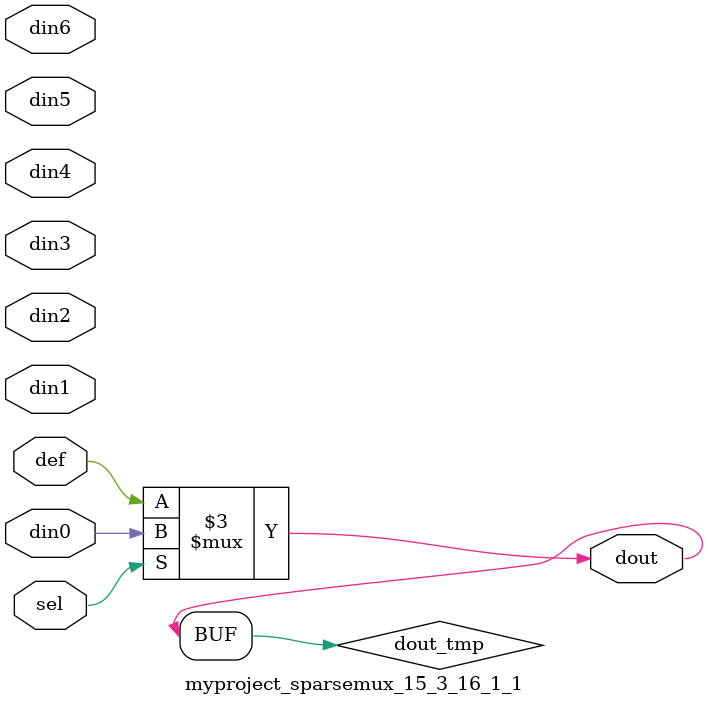
<source format=v>
`timescale 1ns / 1ps

module myproject_sparsemux_15_3_16_1_1 (din0,din1,din2,din3,din4,din5,din6,def,sel,dout);

parameter din0_WIDTH = 1;

parameter din1_WIDTH = 1;

parameter din2_WIDTH = 1;

parameter din3_WIDTH = 1;

parameter din4_WIDTH = 1;

parameter din5_WIDTH = 1;

parameter din6_WIDTH = 1;

parameter def_WIDTH = 1;
parameter sel_WIDTH = 1;
parameter dout_WIDTH = 1;

parameter [sel_WIDTH-1:0] CASE0 = 1;

parameter [sel_WIDTH-1:0] CASE1 = 1;

parameter [sel_WIDTH-1:0] CASE2 = 1;

parameter [sel_WIDTH-1:0] CASE3 = 1;

parameter [sel_WIDTH-1:0] CASE4 = 1;

parameter [sel_WIDTH-1:0] CASE5 = 1;

parameter [sel_WIDTH-1:0] CASE6 = 1;

parameter ID = 1;
parameter NUM_STAGE = 1;



input [din0_WIDTH-1:0] din0;

input [din1_WIDTH-1:0] din1;

input [din2_WIDTH-1:0] din2;

input [din3_WIDTH-1:0] din3;

input [din4_WIDTH-1:0] din4;

input [din5_WIDTH-1:0] din5;

input [din6_WIDTH-1:0] din6;

input [def_WIDTH-1:0] def;
input [sel_WIDTH-1:0] sel;

output [dout_WIDTH-1:0] dout;



reg [dout_WIDTH-1:0] dout_tmp;

always @ (*) begin
case (sel)
    
    CASE0 : dout_tmp = din0;
    
    CASE1 : dout_tmp = din1;
    
    CASE2 : dout_tmp = din2;
    
    CASE3 : dout_tmp = din3;
    
    CASE4 : dout_tmp = din4;
    
    CASE5 : dout_tmp = din5;
    
    CASE6 : dout_tmp = din6;
    
    default : dout_tmp = def;
endcase
end


assign dout = dout_tmp;



endmodule

</source>
